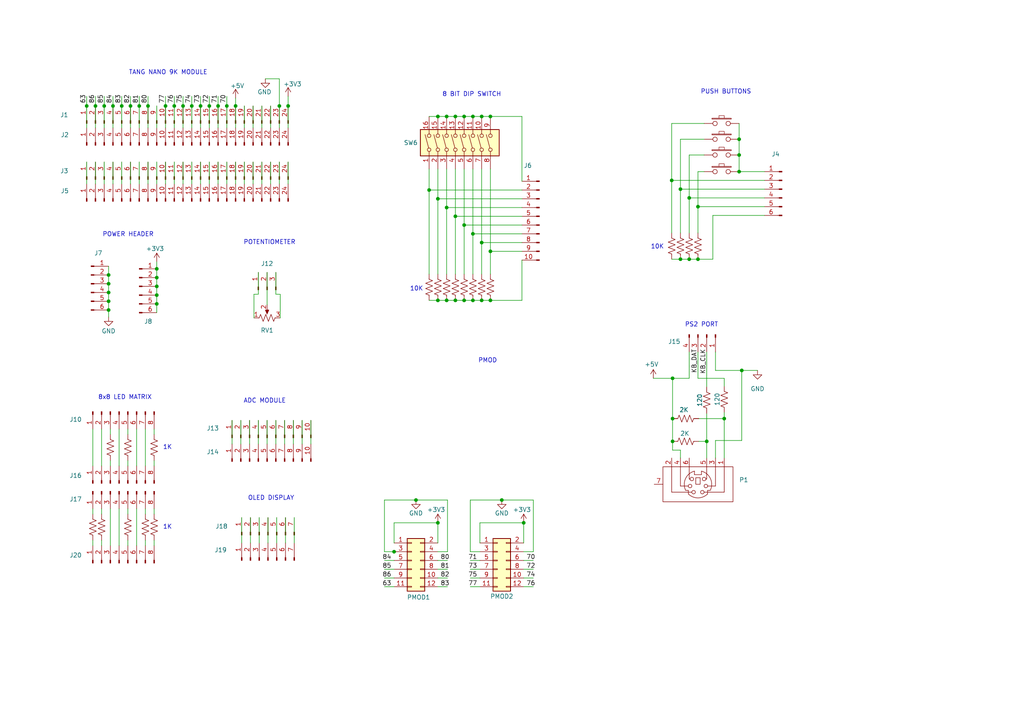
<source format=kicad_sch>
(kicad_sch (version 20211123) (generator eeschema)
  (paper "A4")
  (lib_symbols
    (symbol "Connector:Conn_01x03_Male" (pin_names (offset 1.016) hide)
      (property "Reference" "J" (at 0 5.08 0))
      (property "Value" "Conn_01x03_Male" (at 0 -5.08 0))
      (symbol "Conn_01x03_Male_1_1"
        (pin passive line (at 5.08 2.54 180) (length 3.81) (name "Pin_1") (number "1"))
        (pin passive line (at 5.08 0 180) (length 3.81) (name "Pin_2") (number "2"))
        (pin passive line (at 5.08 -2.54 180) (length 3.81) (name "Pin_3") (number "3"))
      )
    )
    (symbol "Connector:Conn_01x04_Male" (pin_names (offset 1.016) hide)
      (property "Reference" "J" (at 0 5.08 0))
      (property "Value" "Conn_01x04_Male" (at 0 -7.62 0))
      (symbol "Conn_01x04_Male_1_1"
        (pin passive line (at 5.08 2.54 180) (length 3.81) (name "Pin_1") (number "1"))
        (pin passive line (at 5.08 0 180) (length 3.81) (name "Pin_2") (number "2"))
        (pin passive line (at 5.08 -2.54 180) (length 3.81) (name "Pin_3") (number "3"))
        (pin passive line (at 5.08 -5.08 180) (length 3.81) (name "Pin_4") (number "4"))
      )
    )
    (symbol "Connector:Conn_01x06_Male" (pin_names (offset 1.016) hide)
      (property "Reference" "J" (at 0 7.62 0))
      (property "Value" "Conn_01x06_Male" (at 0 -10.16 0))
      (symbol "Conn_01x06_Male_1_1"
        (pin passive line (at 5.08 5.08 180) (length 3.81) (name "Pin_1") (number "1"))
        (pin passive line (at 5.08 2.54 180) (length 3.81) (name "Pin_2") (number "2"))
        (pin passive line (at 5.08 0 180) (length 3.81) (name "Pin_3") (number "3"))
        (pin passive line (at 5.08 -2.54 180) (length 3.81) (name "Pin_4") (number "4"))
        (pin passive line (at 5.08 -5.08 180) (length 3.81) (name "Pin_5") (number "5"))
        (pin passive line (at 5.08 -7.62 180) (length 3.81) (name "Pin_6") (number "6"))
      )
    )
    (symbol "Connector:Conn_01x07_Male" (pin_names (offset 1.016) hide)
      (property "Reference" "J" (at 0 10.16 0))
      (property "Value" "Conn_01x07_Male" (at 0 -10.16 0))
      (symbol "Conn_01x07_Male_1_1"
        (pin passive line (at 5.08 7.62 180) (length 3.81) (name "Pin_1") (number "1"))
        (pin passive line (at 5.08 5.08 180) (length 3.81) (name "Pin_2") (number "2"))
        (pin passive line (at 5.08 2.54 180) (length 3.81) (name "Pin_3") (number "3"))
        (pin passive line (at 5.08 0 180) (length 3.81) (name "Pin_4") (number "4"))
        (pin passive line (at 5.08 -2.54 180) (length 3.81) (name "Pin_5") (number "5"))
        (pin passive line (at 5.08 -5.08 180) (length 3.81) (name "Pin_6") (number "6"))
        (pin passive line (at 5.08 -7.62 180) (length 3.81) (name "Pin_7") (number "7"))
      )
    )
    (symbol "Connector:Conn_01x08_Male" (pin_names (offset 1.016) hide)
      (property "Reference" "J" (at 0 10.16 0))
      (property "Value" "Conn_01x08_Male" (at 0 -12.7 0))
      (symbol "Conn_01x08_Male_1_1"
        (pin passive line (at 5.08 7.62 180) (length 3.81) (name "Pin_1") (number "1"))
        (pin passive line (at 5.08 5.08 180) (length 3.81) (name "Pin_2") (number "2"))
        (pin passive line (at 5.08 2.54 180) (length 3.81) (name "Pin_3") (number "3"))
        (pin passive line (at 5.08 0 180) (length 3.81) (name "Pin_4") (number "4"))
        (pin passive line (at 5.08 -2.54 180) (length 3.81) (name "Pin_5") (number "5"))
        (pin passive line (at 5.08 -5.08 180) (length 3.81) (name "Pin_6") (number "6"))
        (pin passive line (at 5.08 -7.62 180) (length 3.81) (name "Pin_7") (number "7"))
        (pin passive line (at 5.08 -10.16 180) (length 3.81) (name "Pin_8") (number "8"))
      )
    )
    (symbol "Connector:Conn_01x10_Male" (pin_names (offset 1.016) hide)
      (property "Reference" "J" (at 0 12.7 0))
      (property "Value" "Conn_01x10_Male" (at 0 -15.24 0))
      (symbol "Conn_01x10_Male_1_1"
        (pin passive line (at 5.08 10.16 180) (length 3.81) (name "Pin_1") (number "1"))
        (pin passive line (at 5.08 -12.7 180) (length 3.81) (name "Pin_10") (number "10"))
        (pin passive line (at 5.08 7.62 180) (length 3.81) (name "Pin_2") (number "2"))
        (pin passive line (at 5.08 5.08 180) (length 3.81) (name "Pin_3") (number "3"))
        (pin passive line (at 5.08 2.54 180) (length 3.81) (name "Pin_4") (number "4"))
        (pin passive line (at 5.08 0 180) (length 3.81) (name "Pin_5") (number "5"))
        (pin passive line (at 5.08 -2.54 180) (length 3.81) (name "Pin_6") (number "6"))
        (pin passive line (at 5.08 -5.08 180) (length 3.81) (name "Pin_7") (number "7"))
        (pin passive line (at 5.08 -7.62 180) (length 3.81) (name "Pin_8") (number "8"))
        (pin passive line (at 5.08 -10.16 180) (length 3.81) (name "Pin_9") (number "9"))
      )
    )
    (symbol "Connector:Conn_01x24_Male" (pin_names (offset 1.016) hide)
      (property "Reference" "J" (at 0 30.48 0))
      (property "Value" "Conn_01x24_Male" (at 0 -33.02 0))
      (symbol "Conn_01x24_Male_1_1"
        (pin passive line (at 5.08 27.94 180) (length 3.81) (name "Pin_1") (number "1"))
        (pin passive line (at 5.08 5.08 180) (length 3.81) (name "Pin_10") (number "10"))
        (pin passive line (at 5.08 2.54 180) (length 3.81) (name "Pin_11") (number "11"))
        (pin passive line (at 5.08 0 180) (length 3.81) (name "Pin_12") (number "12"))
        (pin passive line (at 5.08 -2.54 180) (length 3.81) (name "Pin_13") (number "13"))
        (pin passive line (at 5.08 -5.08 180) (length 3.81) (name "Pin_14") (number "14"))
        (pin passive line (at 5.08 -7.62 180) (length 3.81) (name "Pin_15") (number "15"))
        (pin passive line (at 5.08 -10.16 180) (length 3.81) (name "Pin_16") (number "16"))
        (pin passive line (at 5.08 -12.7 180) (length 3.81) (name "Pin_17") (number "17"))
        (pin passive line (at 5.08 -15.24 180) (length 3.81) (name "Pin_18") (number "18"))
        (pin passive line (at 5.08 -17.78 180) (length 3.81) (name "Pin_19") (number "19"))
        (pin passive line (at 5.08 25.4 180) (length 3.81) (name "Pin_2") (number "2"))
        (pin passive line (at 5.08 -20.32 180) (length 3.81) (name "Pin_20") (number "20"))
        (pin passive line (at 5.08 -22.86 180) (length 3.81) (name "Pin_21") (number "21"))
        (pin passive line (at 5.08 -25.4 180) (length 3.81) (name "Pin_22") (number "22"))
        (pin passive line (at 5.08 -27.94 180) (length 3.81) (name "Pin_23") (number "23"))
        (pin passive line (at 5.08 -30.48 180) (length 3.81) (name "Pin_24") (number "24"))
        (pin passive line (at 5.08 22.86 180) (length 3.81) (name "Pin_3") (number "3"))
        (pin passive line (at 5.08 20.32 180) (length 3.81) (name "Pin_4") (number "4"))
        (pin passive line (at 5.08 17.78 180) (length 3.81) (name "Pin_5") (number "5"))
        (pin passive line (at 5.08 15.24 180) (length 3.81) (name "Pin_6") (number "6"))
        (pin passive line (at 5.08 12.7 180) (length 3.81) (name "Pin_7") (number "7"))
        (pin passive line (at 5.08 10.16 180) (length 3.81) (name "Pin_8") (number "8"))
        (pin passive line (at 5.08 7.62 180) (length 3.81) (name "Pin_9") (number "9"))
      )
    )
    (symbol "Connector_Generic:Conn_02x06_Odd_Even" (pin_names (offset 1.016) hide)
      (property "Reference" "J" (at 1.27 7.62 0))
      (property "Value" "Conn_02x06_Odd_Even" (at 1.27 -10.16 0))
      (symbol "Conn_02x06_Odd_Even_1_1"
        (pin passive line (at -5.08 5.08 0) (length 3.81) (name "Pin_1") (number "1"))
        (pin passive line (at 7.62 -5.08 180) (length 3.81) (name "Pin_10") (number "10"))
        (pin passive line (at -5.08 -7.62 0) (length 3.81) (name "Pin_11") (number "11"))
        (pin passive line (at 7.62 -7.62 180) (length 3.81) (name "Pin_12") (number "12"))
        (pin passive line (at 7.62 5.08 180) (length 3.81) (name "Pin_2") (number "2"))
        (pin passive line (at -5.08 2.54 0) (length 3.81) (name "Pin_3") (number "3"))
        (pin passive line (at 7.62 2.54 180) (length 3.81) (name "Pin_4") (number "4"))
        (pin passive line (at -5.08 0 0) (length 3.81) (name "Pin_5") (number "5"))
        (pin passive line (at 7.62 0 180) (length 3.81) (name "Pin_6") (number "6"))
        (pin passive line (at -5.08 -2.54 0) (length 3.81) (name "Pin_7") (number "7"))
        (pin passive line (at 7.62 -2.54 180) (length 3.81) (name "Pin_8") (number "8"))
        (pin passive line (at -5.08 -5.08 0) (length 3.81) (name "Pin_9") (number "9"))
      )
    )
    (symbol "Custom_Symbols_Library:Mini-DIN_6pins" (pin_names (offset 1.016) hide)
      (property "Reference" "P" (at 0 10.16 0))
      (property "Value" "Mini-DIN_6pins" (at 0 -7.62 0))
      (symbol "Mini-DIN_6pins_1_1"
        (pin passive line (at 7.62 7.62 270) (length 2.54) (name "1") (number "1"))
        (pin passive line (at -7.62 7.62 270) (length 2.54) (name "2") (number "2"))
        (pin passive line (at 5.08 7.62 270) (length 2.54) (name "3") (number "3"))
        (pin passive line (at -5.08 7.62 270) (length 2.54) (name "4") (number "4"))
        (pin passive line (at 2.54 7.62 270) (length 2.54) (name "5") (number "5"))
        (pin passive line (at -2.54 7.62 270) (length 2.54) (name "~") (number "6"))
        (pin passive line (at -12.7 0 0) (length 2.54) (name "Shell") (number "7"))
      )
    )
    (symbol "Custom_Symbols_Library:SW_PUSH_BUTTON" (pin_numbers hide) (pin_names (offset 1.016) hide)
      (property "Reference" "SW" (at 3.81 2.794 0))
      (property "Value" "SW_PUSH_BUTTON" (at 0 -2.032 0))
      (symbol "SW_PUSH_BUTTON_0_1"
        (pin passive inverted (at -5.08 0 0) (length 3.81) (name "1") (number "1"))
        (pin passive inverted (at 5.08 0 180) (length 3.81) (name "2") (number "2"))
      )
    )
    (symbol "Device:R_Potentiometer_US" (pin_names (offset 1.016) hide)
      (property "Reference" "RV" (at -4.445 0 90))
      (property "Value" "R_Potentiometer_US" (at -2.54 0 90))
      (symbol "R_Potentiometer_US_1_1"
        (pin passive line (at 0 3.81 270) (length 1.27) (name "1") (number "1"))
        (pin passive line (at 3.81 0 180) (length 1.27) (name "2") (number "2"))
        (pin passive line (at 0 -3.81 90) (length 1.27) (name "3") (number "3"))
      )
    )
    (symbol "Device:R_US" (pin_numbers hide) (pin_names (offset 0))
      (property "Reference" "R" (at 2.54 0 90))
      (property "Value" "R_US" (at -2.54 0 90))
      (symbol "R_US_1_1"
        (pin passive line (at 0 3.81 270) (length 1.27) (name "~") (number "1"))
        (pin passive line (at 0 -3.81 90) (length 1.27) (name "~") (number "2"))
      )
    )
    (symbol "Switch:SW_DIP_x08" (pin_names (offset 0) hide)
      (property "Reference" "SW" (at 0 13.97 0))
      (property "Value" "SW_DIP_x08" (at 0 -11.43 0))
      (symbol "SW_DIP_x08_1_1"
        (pin passive line (at -7.62 10.16 0) (length 5.08) (name "~") (number "1"))
        (pin passive line (at 7.62 -5.08 180) (length 5.08) (name "~") (number "10"))
        (pin passive line (at 7.62 -2.54 180) (length 5.08) (name "~") (number "11"))
        (pin passive line (at 7.62 0 180) (length 5.08) (name "~") (number "12"))
        (pin passive line (at 7.62 2.54 180) (length 5.08) (name "~") (number "13"))
        (pin passive line (at 7.62 5.08 180) (length 5.08) (name "~") (number "14"))
        (pin passive line (at 7.62 7.62 180) (length 5.08) (name "~") (number "15"))
        (pin passive line (at 7.62 10.16 180) (length 5.08) (name "~") (number "16"))
        (pin passive line (at -7.62 7.62 0) (length 5.08) (name "~") (number "2"))
        (pin passive line (at -7.62 5.08 0) (length 5.08) (name "~") (number "3"))
        (pin passive line (at -7.62 2.54 0) (length 5.08) (name "~") (number "4"))
        (pin passive line (at -7.62 0 0) (length 5.08) (name "~") (number "5"))
        (pin passive line (at -7.62 -2.54 0) (length 5.08) (name "~") (number "6"))
        (pin passive line (at -7.62 -5.08 0) (length 5.08) (name "~") (number "7"))
        (pin passive line (at -7.62 -7.62 0) (length 5.08) (name "~") (number "8"))
        (pin passive line (at 7.62 -7.62 180) (length 5.08) (name "~") (number "9"))
      )
    )
    (symbol "power:+3V3" (power) (pin_names (offset 0))
      (property "Value" "+3V3" (at 0 3.556 0))
      (symbol "+3V3_1_1"
        (pin power_in line (at 0 0 90) (length 0) hide (name "+3V3") (number "1"))
      )
    )
    (symbol "power:+5V" (power) (pin_names (offset 0))
      (property "Value" "+5V" (at 0 3.556 0))
      (symbol "+5V_1_1"
        (pin power_in line (at 0 0 90) (length 0) hide (name "+5V") (number "1"))
      )
    )
    (symbol "power:GND" (power) (pin_names (offset 0))
      (property "Value" "GND" (at 0 -3.81 0))
      (symbol "GND_1_1"
        (pin power_in line (at 0 0 270) (length 0) hide (name "GND") (number "1"))
      )
    )
  )
  (junction (at 195.072 121.412))
  (junction (at 214.376 44.958))
  (junction (at 145.542 145.034))
  (junction (at 40.386 30.734))
  (junction (at 127 33.782))
  (junction (at 129.54 33.782))
  (junction (at 120.65 145.034))
  (junction (at 210.058 121.412))
  (junction (at 214.376 40.386))
  (junction (at 202.438 59.944))
  (junction (at 139.7 70.358))
  (junction (at 45.466 77.978))
  (junction (at 134.62 87.122))
  (junction (at 65.786 30.734))
  (junction (at 142.24 87.122))
  (junction (at 53.086 30.734))
  (junction (at 197.358 54.864))
  (junction (at 48.006 30.734))
  (junction (at 194.818 52.324))
  (junction (at 132.08 33.782))
  (junction (at 31.496 87.376))
  (junction (at 45.466 85.598))
  (junction (at 195.072 109.728))
  (junction (at 139.7 33.782))
  (junction (at 202.438 75.184))
  (junction (at 151.892 151.638))
  (junction (at 68.326 30.734))
  (junction (at 137.16 67.818))
  (junction (at 195.072 128.016))
  (junction (at 31.496 79.756))
  (junction (at 132.08 87.122))
  (junction (at 83.566 30.734))
  (junction (at 137.16 33.782))
  (junction (at 214.376 49.784))
  (junction (at 25.146 30.734))
  (junction (at 58.166 30.734))
  (junction (at 37.846 30.734))
  (junction (at 204.978 128.016))
  (junction (at 114.3 160.02))
  (junction (at 31.496 82.296))
  (junction (at 134.62 65.278))
  (junction (at 142.24 33.782))
  (junction (at 129.54 60.198))
  (junction (at 32.766 30.734))
  (junction (at 27.686 30.734))
  (junction (at 81.026 30.734))
  (junction (at 132.08 62.738))
  (junction (at 127 57.658))
  (junction (at 197.358 75.184))
  (junction (at 45.466 80.518))
  (junction (at 35.306 30.734))
  (junction (at 30.226 30.734))
  (junction (at 134.62 33.782))
  (junction (at 45.466 88.138))
  (junction (at 129.54 87.122))
  (junction (at 31.496 89.916))
  (junction (at 127 151.638))
  (junction (at 60.706 30.734))
  (junction (at 124.46 55.118))
  (junction (at 42.926 30.734))
  (junction (at 142.24 72.898))
  (junction (at 215.138 107.442))
  (junction (at 50.546 30.734))
  (junction (at 45.466 83.058))
  (junction (at 199.898 75.184))
  (junction (at 63.246 30.734))
  (junction (at 139.7 87.122))
  (junction (at 127 87.122))
  (junction (at 31.496 84.836))
  (junction (at 199.898 57.404))
  (junction (at 55.626 30.734))
  (junction (at 137.16 87.122))
  (wire (pts (xy 73.406 46.99) (xy 73.406 53.34)))
  (wire (pts (xy 111.506 162.56) (xy 114.3 162.56)))
  (wire (pts (xy 55.626 27.94) (xy 55.626 30.734)))
  (wire (pts (xy 129.54 49.022) (xy 129.54 60.198)))
  (wire (pts (xy 197.358 75.184) (xy 199.898 75.184)))
  (wire (pts (xy 202.438 59.944) (xy 202.438 67.564)))
  (wire (pts (xy 80.264 150.114) (xy 80.264 157.48)))
  (wire (pts (xy 139.7 87.122) (xy 142.24 87.122)))
  (wire (pts (xy 60.706 30.734) (xy 60.706 37.084)))
  (wire (pts (xy 132.08 87.122) (xy 134.62 87.122)))
  (wire (pts (xy 30.226 30.734) (xy 30.226 37.084)))
  (wire (pts (xy 142.24 72.898) (xy 151.384 72.898)))
  (wire (pts (xy 73.66 85.344) (xy 73.66 92.202)))
  (wire (pts (xy 45.466 88.138) (xy 45.466 90.678)))
  (wire (pts (xy 25.146 27.94) (xy 25.146 30.734)))
  (wire (pts (xy 37.084 156.718) (xy 37.084 158.242)))
  (wire (pts (xy 40.386 27.94) (xy 40.386 30.734)))
  (wire (pts (xy 142.24 72.898) (xy 142.24 79.502)))
  (wire (pts (xy 202.692 121.412) (xy 210.058 121.412)))
  (wire (pts (xy 70.866 30.734) (xy 70.866 37.084)))
  (wire (pts (xy 31.496 77.216) (xy 31.496 79.756)))
  (wire (pts (xy 139.192 157.48) (xy 139.192 151.638)))
  (wire (pts (xy 31.496 87.376) (xy 31.496 89.916)))
  (wire (pts (xy 37.846 27.94) (xy 37.846 30.734)))
  (wire (pts (xy 37.846 30.734) (xy 37.846 37.084)))
  (wire (pts (xy 111.506 160.02) (xy 111.506 145.034)))
  (wire (pts (xy 31.496 82.296) (xy 31.496 84.836)))
  (wire (pts (xy 50.546 46.99) (xy 50.546 53.34)))
  (wire (pts (xy 134.62 87.122) (xy 137.16 87.122)))
  (wire (pts (xy 83.566 30.734) (xy 83.566 37.084)))
  (wire (pts (xy 136.398 145.034) (xy 145.542 145.034)))
  (wire (pts (xy 154.686 145.034) (xy 154.686 160.02)))
  (wire (pts (xy 45.466 30.734) (xy 45.466 37.084)))
  (wire (pts (xy 29.464 147.574) (xy 29.464 149.098)))
  (wire (pts (xy 151.384 33.782) (xy 151.384 52.578)))
  (wire (pts (xy 31.496 79.756) (xy 31.496 82.296)))
  (wire (pts (xy 134.62 65.278) (xy 151.384 65.278)))
  (wire (pts (xy 204.978 132.842) (xy 204.978 128.016)))
  (wire (pts (xy 37.084 147.574) (xy 37.084 149.098)))
  (wire (pts (xy 129.794 167.64) (xy 127 167.64)))
  (wire (pts (xy 127 151.638) (xy 127 157.48)))
  (wire (pts (xy 30.226 46.99) (xy 30.226 53.34)))
  (wire (pts (xy 137.16 87.122) (xy 139.7 87.122)))
  (wire (pts (xy 72.39 121.92) (xy 72.39 128.778)))
  (wire (pts (xy 48.006 30.734) (xy 48.006 37.084)))
  (wire (pts (xy 58.166 27.94) (xy 58.166 30.734)))
  (wire (pts (xy 204.978 119.888) (xy 204.978 128.016)))
  (wire (pts (xy 207.518 132.842) (xy 207.518 127.762)))
  (wire (pts (xy 48.006 46.99) (xy 48.006 53.34)))
  (wire (pts (xy 136.398 167.64) (xy 139.192 167.64)))
  (wire (pts (xy 129.794 160.02) (xy 127 160.02)))
  (wire (pts (xy 202.438 109.728) (xy 202.438 102.108)))
  (wire (pts (xy 210.058 109.728) (xy 210.058 112.014)))
  (wire (pts (xy 139.192 151.638) (xy 151.892 151.638)))
  (wire (pts (xy 210.058 121.412) (xy 210.058 132.842)))
  (wire (pts (xy 74.93 121.92) (xy 74.93 128.778)))
  (wire (pts (xy 114.3 157.48) (xy 114.3 151.638)))
  (wire (pts (xy 37.084 124.46) (xy 37.084 125.984)))
  (wire (pts (xy 87.63 121.92) (xy 87.63 128.778)))
  (wire (pts (xy 90.17 121.92) (xy 90.17 128.778)))
  (wire (pts (xy 137.16 49.022) (xy 137.16 67.818)))
  (wire (pts (xy 55.626 46.99) (xy 55.626 53.34)))
  (wire (pts (xy 199.898 57.404) (xy 199.898 67.564)))
  (wire (pts (xy 194.818 35.814) (xy 194.818 52.324)))
  (wire (pts (xy 154.686 167.64) (xy 151.892 167.64)))
  (wire (pts (xy 81.28 85.344) (xy 81.28 92.202)))
  (wire (pts (xy 42.926 30.734) (xy 42.926 37.084)))
  (wire (pts (xy 68.326 28.448) (xy 68.326 30.734)))
  (wire (pts (xy 124.46 55.118) (xy 151.384 55.118)))
  (wire (pts (xy 53.086 30.734) (xy 53.086 37.084)))
  (wire (pts (xy 111.506 170.18) (xy 114.3 170.18)))
  (wire (pts (xy 30.226 27.94) (xy 30.226 30.734)))
  (wire (pts (xy 111.506 167.64) (xy 114.3 167.64)))
  (wire (pts (xy 202.438 75.184) (xy 206.756 75.184)))
  (wire (pts (xy 42.926 27.94) (xy 42.926 30.734)))
  (wire (pts (xy 44.704 133.604) (xy 44.704 135.128)))
  (wire (pts (xy 215.138 127.762) (xy 215.138 107.442)))
  (wire (pts (xy 204.216 40.386) (xy 197.358 40.386)))
  (wire (pts (xy 199.898 102.108) (xy 199.898 109.728)))
  (wire (pts (xy 136.398 160.02) (xy 136.398 145.034)))
  (wire (pts (xy 34.544 158.242) (xy 34.544 147.574)))
  (wire (pts (xy 85.09 121.92) (xy 85.09 128.778)))
  (wire (pts (xy 199.898 57.404) (xy 221.742 57.404)))
  (wire (pts (xy 124.46 87.122) (xy 127 87.122)))
  (wire (pts (xy 27.686 27.94) (xy 27.686 30.734)))
  (wire (pts (xy 68.326 46.99) (xy 68.326 53.34)))
  (wire (pts (xy 114.3 151.638) (xy 127 151.638)))
  (wire (pts (xy 39.624 158.242) (xy 39.624 147.574)))
  (wire (pts (xy 195.072 121.412) (xy 195.072 128.016)))
  (wire (pts (xy 197.358 54.864) (xy 197.358 67.564)))
  (wire (pts (xy 32.766 27.94) (xy 32.766 30.734)))
  (wire (pts (xy 40.386 30.734) (xy 40.386 37.084)))
  (wire (pts (xy 58.166 30.734) (xy 58.166 37.084)))
  (wire (pts (xy 206.756 75.184) (xy 206.756 62.484)))
  (wire (pts (xy 35.306 46.99) (xy 35.306 53.34)))
  (wire (pts (xy 42.926 46.99) (xy 42.926 53.34)))
  (wire (pts (xy 32.004 158.242) (xy 32.004 147.574)))
  (wire (pts (xy 139.7 70.358) (xy 151.384 70.358)))
  (wire (pts (xy 197.358 40.386) (xy 197.358 54.864)))
  (wire (pts (xy 68.326 30.734) (xy 68.326 37.084)))
  (wire (pts (xy 136.398 162.56) (xy 139.192 162.56)))
  (wire (pts (xy 129.794 162.56) (xy 127 162.56)))
  (wire (pts (xy 63.246 46.99) (xy 63.246 53.34)))
  (wire (pts (xy 35.306 27.94) (xy 35.306 30.734)))
  (wire (pts (xy 80.01 121.92) (xy 80.01 128.778)))
  (wire (pts (xy 214.376 44.958) (xy 214.376 49.784)))
  (wire (pts (xy 80.01 78.994) (xy 80.01 85.344)))
  (wire (pts (xy 74.93 78.994) (xy 74.93 85.344)))
  (wire (pts (xy 145.542 145.034) (xy 154.686 145.034)))
  (wire (pts (xy 32.766 30.734) (xy 32.766 37.084)))
  (wire (pts (xy 65.786 27.94) (xy 65.786 30.734)))
  (wire (pts (xy 75.946 46.99) (xy 75.946 53.34)))
  (wire (pts (xy 199.898 44.958) (xy 204.216 44.958)))
  (wire (pts (xy 39.624 135.128) (xy 39.624 124.46)))
  (wire (pts (xy 154.686 170.18) (xy 151.892 170.18)))
  (wire (pts (xy 129.54 33.782) (xy 132.08 33.782)))
  (wire (pts (xy 48.006 27.94) (xy 48.006 30.734)))
  (wire (pts (xy 151.384 87.122) (xy 151.384 75.438)))
  (wire (pts (xy 214.376 35.814) (xy 214.376 40.386)))
  (wire (pts (xy 78.486 30.734) (xy 78.486 37.084)))
  (wire (pts (xy 69.85 121.92) (xy 69.85 128.778)))
  (wire (pts (xy 194.818 35.814) (xy 204.216 35.814)))
  (wire (pts (xy 75.184 150.114) (xy 75.184 157.48)))
  (wire (pts (xy 26.924 156.718) (xy 26.924 158.242)))
  (wire (pts (xy 45.466 85.598) (xy 45.466 88.138)))
  (wire (pts (xy 83.566 46.99) (xy 83.566 53.34)))
  (wire (pts (xy 44.704 124.46) (xy 44.704 125.984)))
  (wire (pts (xy 139.7 49.022) (xy 139.7 70.358)))
  (wire (pts (xy 85.344 150.114) (xy 85.344 157.48)))
  (wire (pts (xy 202.438 49.784) (xy 202.438 59.944)))
  (wire (pts (xy 65.786 30.734) (xy 65.786 37.084)))
  (wire (pts (xy 77.47 78.994) (xy 77.47 88.392)))
  (wire (pts (xy 65.786 46.99) (xy 65.786 53.34)))
  (wire (pts (xy 197.358 130.556) (xy 195.072 130.556)))
  (wire (pts (xy 207.518 102.108) (xy 207.518 107.442)))
  (wire (pts (xy 137.16 67.818) (xy 151.384 67.818)))
  (wire (pts (xy 60.706 46.99) (xy 60.706 53.34)))
  (wire (pts (xy 134.62 65.278) (xy 134.62 79.502)))
  (wire (pts (xy 32.004 124.46) (xy 32.004 125.984)))
  (wire (pts (xy 197.358 54.864) (xy 221.742 54.864)))
  (wire (pts (xy 154.686 165.1) (xy 151.892 165.1)))
  (wire (pts (xy 83.566 27.94) (xy 83.566 30.734)))
  (wire (pts (xy 44.704 156.718) (xy 44.704 158.242)))
  (wire (pts (xy 124.46 55.118) (xy 124.46 79.502)))
  (wire (pts (xy 29.464 156.718) (xy 29.464 158.242)))
  (wire (pts (xy 136.398 160.02) (xy 139.192 160.02)))
  (wire (pts (xy 78.486 46.99) (xy 78.486 53.34)))
  (wire (pts (xy 111.506 165.1) (xy 114.3 165.1)))
  (wire (pts (xy 202.692 128.016) (xy 204.978 128.016)))
  (wire (pts (xy 214.376 49.784) (xy 221.742 49.784)))
  (wire (pts (xy 137.16 67.818) (xy 137.16 79.502)))
  (wire (pts (xy 35.306 30.734) (xy 35.306 37.084)))
  (wire (pts (xy 42.164 135.128) (xy 42.164 124.46)))
  (wire (pts (xy 207.518 107.442) (xy 215.138 107.442)))
  (wire (pts (xy 194.818 52.324) (xy 194.818 67.564)))
  (wire (pts (xy 26.924 135.128) (xy 26.924 124.46)))
  (wire (pts (xy 81.026 30.734) (xy 81.026 37.084)))
  (wire (pts (xy 77.47 121.92) (xy 77.47 128.778)))
  (wire (pts (xy 50.546 27.94) (xy 50.546 30.734)))
  (wire (pts (xy 129.54 60.198) (xy 151.384 60.198)))
  (wire (pts (xy 27.686 30.734) (xy 27.686 37.084)))
  (wire (pts (xy 129.794 170.18) (xy 127 170.18)))
  (wire (pts (xy 27.686 46.99) (xy 27.686 53.34)))
  (wire (pts (xy 142.24 49.022) (xy 142.24 72.898)))
  (wire (pts (xy 53.086 46.99) (xy 53.086 53.34)))
  (wire (pts (xy 129.794 165.1) (xy 127 165.1)))
  (wire (pts (xy 195.072 109.728) (xy 199.898 109.728)))
  (wire (pts (xy 58.166 46.99) (xy 58.166 53.34)))
  (wire (pts (xy 45.466 80.518) (xy 45.466 83.058)))
  (wire (pts (xy 207.518 127.762) (xy 215.138 127.762)))
  (wire (pts (xy 70.104 150.114) (xy 70.104 157.48)))
  (wire (pts (xy 80.01 85.344) (xy 81.28 85.344)))
  (wire (pts (xy 45.466 75.946) (xy 45.466 77.978)))
  (wire (pts (xy 32.766 46.99) (xy 32.766 53.34)))
  (wire (pts (xy 206.756 62.484) (xy 221.742 62.484)))
  (wire (pts (xy 197.358 132.842) (xy 197.358 130.556)))
  (wire (pts (xy 142.24 87.122) (xy 151.384 87.122)))
  (wire (pts (xy 37.846 46.99) (xy 37.846 53.34)))
  (wire (pts (xy 195.072 109.728) (xy 195.072 121.412)))
  (wire (pts (xy 72.644 150.114) (xy 72.644 157.48)))
  (wire (pts (xy 124.46 49.022) (xy 124.46 55.118)))
  (wire (pts (xy 60.706 27.94) (xy 60.706 30.734)))
  (wire (pts (xy 29.464 135.128) (xy 29.464 124.46)))
  (wire (pts (xy 215.138 107.442) (xy 219.71 107.442)))
  (wire (pts (xy 154.686 160.02) (xy 151.892 160.02)))
  (wire (pts (xy 25.146 30.734) (xy 25.146 37.084)))
  (wire (pts (xy 136.398 165.1) (xy 139.192 165.1)))
  (wire (pts (xy 154.686 162.56) (xy 151.892 162.56)))
  (wire (pts (xy 132.08 62.738) (xy 151.384 62.738)))
  (wire (pts (xy 137.16 33.782) (xy 139.7 33.782)))
  (wire (pts (xy 45.466 46.99) (xy 45.466 53.34)))
  (wire (pts (xy 129.794 145.034) (xy 129.794 160.02)))
  (wire (pts (xy 194.818 75.184) (xy 197.358 75.184)))
  (wire (pts (xy 210.058 119.634) (xy 210.058 121.412)))
  (wire (pts (xy 214.376 40.386) (xy 214.376 44.958)))
  (wire (pts (xy 75.946 30.734) (xy 75.946 37.084)))
  (wire (pts (xy 202.438 59.944) (xy 221.742 59.944)))
  (wire (pts (xy 45.466 77.978) (xy 45.466 80.518)))
  (wire (pts (xy 139.7 33.782) (xy 142.24 33.782)))
  (wire (pts (xy 134.62 49.022) (xy 134.62 65.278)))
  (wire (pts (xy 129.54 87.122) (xy 132.08 87.122)))
  (wire (pts (xy 42.164 147.574) (xy 42.164 149.098)))
  (wire (pts (xy 204.978 102.108) (xy 204.978 112.268)))
  (wire (pts (xy 194.818 52.324) (xy 221.742 52.324)))
  (wire (pts (xy 40.386 46.99) (xy 40.386 53.34)))
  (wire (pts (xy 124.46 33.782) (xy 127 33.782)))
  (wire (pts (xy 189.484 109.728) (xy 195.072 109.728)))
  (wire (pts (xy 50.546 30.734) (xy 50.546 37.084)))
  (wire (pts (xy 132.08 49.022) (xy 132.08 62.738)))
  (wire (pts (xy 34.544 135.128) (xy 34.544 124.46)))
  (wire (pts (xy 120.65 145.034) (xy 129.794 145.034)))
  (wire (pts (xy 202.438 109.728) (xy 210.058 109.728)))
  (wire (pts (xy 81.026 46.99) (xy 81.026 53.34)))
  (wire (pts (xy 114.554 160.02) (xy 114.3 160.02)))
  (wire (pts (xy 45.466 83.058) (xy 45.466 85.598)))
  (wire (pts (xy 73.406 30.734) (xy 73.406 37.084)))
  (wire (pts (xy 139.7 70.358) (xy 139.7 79.502)))
  (wire (pts (xy 81.026 22.86) (xy 81.026 30.734)))
  (wire (pts (xy 114.3 160.02) (xy 111.506 160.02)))
  (wire (pts (xy 76.962 22.86) (xy 81.026 22.86)))
  (wire (pts (xy 63.246 30.734) (xy 63.246 37.084)))
  (wire (pts (xy 129.54 60.198) (xy 129.54 79.502)))
  (wire (pts (xy 63.246 27.94) (xy 63.246 30.734)))
  (wire (pts (xy 44.704 147.574) (xy 44.704 149.098)))
  (wire (pts (xy 25.146 46.99) (xy 25.146 53.34)))
  (wire (pts (xy 199.898 75.184) (xy 202.438 75.184)))
  (wire (pts (xy 136.398 170.18) (xy 139.192 170.18)))
  (wire (pts (xy 132.08 62.738) (xy 132.08 79.502)))
  (wire (pts (xy 82.55 121.92) (xy 82.55 128.778)))
  (wire (pts (xy 32.004 133.604) (xy 32.004 135.128)))
  (wire (pts (xy 132.08 33.782) (xy 134.62 33.782)))
  (wire (pts (xy 42.164 156.718) (xy 42.164 158.242)))
  (wire (pts (xy 31.496 84.836) (xy 31.496 87.376)))
  (wire (pts (xy 67.31 121.92) (xy 67.31 128.778)))
  (wire (pts (xy 127 49.022) (xy 127 57.658)))
  (wire (pts (xy 195.072 128.016) (xy 195.072 130.556)))
  (wire (pts (xy 53.086 27.94) (xy 53.086 30.734)))
  (wire (pts (xy 37.084 133.604) (xy 37.084 135.128)))
  (wire (pts (xy 111.506 145.034) (xy 120.65 145.034)))
  (wire (pts (xy 74.93 85.344) (xy 73.66 85.344)))
  (wire (pts (xy 127 87.122) (xy 129.54 87.122)))
  (wire (pts (xy 151.892 151.638) (xy 151.892 157.48)))
  (wire (pts (xy 204.216 49.784) (xy 202.438 49.784)))
  (wire (pts (xy 127 57.658) (xy 127 79.502)))
  (wire (pts (xy 70.866 46.99) (xy 70.866 53.34)))
  (wire (pts (xy 127 33.782) (xy 129.54 33.782)))
  (wire (pts (xy 31.496 89.916) (xy 31.496 91.948)))
  (wire (pts (xy 134.62 33.782) (xy 137.16 33.782)))
  (wire (pts (xy 26.924 147.574) (xy 26.924 149.098)))
  (wire (pts (xy 199.898 44.958) (xy 199.898 57.404)))
  (wire (pts (xy 127 57.658) (xy 151.384 57.658)))
  (wire (pts (xy 142.24 33.782) (xy 151.384 33.782)))
  (wire (pts (xy 55.626 30.734) (xy 55.626 37.084)))
  (wire (pts (xy 82.804 150.114) (xy 82.804 157.48)))
  (wire (pts (xy 77.724 150.114) (xy 77.724 157.48)))
  (text "10K" (at 188.722 72.39 0) (effects (font (size 1.27 1.27)) (justify left bottom)))
  (text "10K" (at 118.872 84.582 0) (effects (font (size 1.27 1.27)) (justify left bottom)))
  (text "8x8 LED MATRIX" (at 28.448 116.078 0) (effects (font (size 1.27 1.27)) (justify left bottom)))
  (text "ADC MODULE" (at 70.612 117.094 0) (effects (font (size 1.27 1.27)) (justify left bottom)))
  (text "TANG NANO 9K MODULE" (at 37.338 21.844 0) (effects (font (size 1.27 1.27)) (justify left bottom)))
  (text "PUSH BUTTONS" (at 203.2 27.432 0) (effects (font (size 1.27 1.27)) (justify left bottom)))
  (text "8 BIT DIP SWITCH" (at 128.27 28.194 0) (effects (font (size 1.27 1.27)) (justify left bottom)))
  (text "PS2 PORT" (at 198.628 94.996 0) (effects (font (size 1.27 1.27)) (justify left bottom)))
  (text "PMOD\n" (at 138.684 105.41 0) (effects (font (size 1.27 1.27)) (justify left bottom)))
  (text "1K" (at 47.244 130.556 0) (effects (font (size 1.27 1.27)) (justify left bottom)))
  (text "POTENTIOMETER" (at 70.612 71.12 0) (effects (font (size 1.27 1.27)) (justify left bottom)))
  (text "1K" (at 47.244 153.67 0) (effects (font (size 1.27 1.27)) (justify left bottom)))
  (text "POWER HEADER" (at 29.718 68.834 0) (effects (font (size 1.27 1.27)) (justify left bottom)))
  (text "OLED DISPLAY\n" (at 71.882 145.288 0) (effects (font (size 1.27 1.27)) (justify left bottom)))
  (label "76" (at 152.654 170.18 0))
  (label "84" (at 32.766 29.972 90))
  (label "75" (at 138.43 167.64 180))
  (label "80" (at 42.926 29.972 90))
  (label "80" (at 127.762 162.56 0))
  (label "63" (at 25.146 29.972 90))
  (label "81" (at 127.762 165.1 0))
  (label "74" (at 152.654 167.64 0))
  (label "86" (at 113.538 167.64 180))
  (label "KB_DAT" (at 202.438 108.204 90))
  (label "84" (at 113.538 162.56 180))
  (label "85" (at 30.226 29.972 90))
  (label "83" (at 35.306 29.972 90))
  (label "KB_CLK" (at 204.978 108.458 90))
  (label "72" (at 60.706 29.972 90))
  (label "70" (at 65.786 29.972 90))
  (label "75" (at 53.086 29.972 90))
  (label "72" (at 152.654 165.1 0))
  (label "86" (at 27.686 29.972 90))
  (label "82" (at 127.762 167.64 0))
  (label "73" (at 58.166 29.972 90))
  (label "85" (at 113.538 165.1 180))
  (label "83" (at 127.762 170.18 0))
  (label "82" (at 37.846 29.972 90))
  (label "70" (at 152.654 162.56 0))
  (label "63" (at 113.538 170.18 180))
  (label "71" (at 63.246 29.972 90))
  (label "73" (at 138.43 165.1 180))
  (label "74" (at 55.626 29.972 90))
  (label "81" (at 40.386 29.972 90))
  (label "71" (at 138.43 162.56 180))
  (label "77" (at 138.43 170.18 180))
  (label "77" (at 48.006 29.972 90))
  (label "76" (at 50.546 29.972 90))
  (symbol (lib_id "Device:R_Potentiometer_US") (at 77.47 92.202 90) (unit 1)
    (property "Reference" "RV1" (at 77.47 95.8088 90))
    (property "Value" "R_Potentiometer_US" (effects hide))
    (property "Footprint" "Potentiometer_THT:Potentiometer_Bourns_PTV09A-1_Single_Vertical" (effects hide))
  )
  (symbol (lib_id "Device:R_US") (at 198.882 128.016 270) (unit 1)
    (property "Reference" "R14" (effects hide))
    (property "Value" "2K" (at 198.628 125.73 90))
    (property "Footprint" "Resistor_SMD:R_1206_3216Metric_Pad1.30x1.75mm_HandSolder" (effects hide))
  )
  (symbol (lib_id "Device:R_US") (at 32.004 129.794 180) (unit 1)
    (property "Reference" "R17" (effects hide))
    (property "Value" "1K" (effects hide))
    (property "Footprint" "Resistor_SMD:R_1206_3216Metric_Pad1.30x1.75mm_HandSolder" (effects hide))
  )
  (symbol (lib_id "Connector:Conn_01x08_Male") (at 34.544 142.494 90) (mirror x) (unit 1)
    (property "Reference" "J17" (at 21.9456 144.78 90))
    (property "Value" "Conn_01x08_Male" (effects hide))
    (property "Footprint" "Connector_PinHeader_2.54mm:PinHeader_1x08_P2.54mm_Vertical" (effects hide))
  )
  (symbol (lib_id "power:+3V3") (at 83.566 27.94 0) (unit 1)
    (property "Reference" "#PWR02" (effects hide))
    (property "Value" "+3V3" (at 84.836 24.384 0))
  )
  (symbol (lib_id "Connector:Conn_01x03_Male") (at 77.47 84.074 90) (unit 1)
    (property "Reference" "J12" (at 77.47 76.454 90))
    (property "Value" "Conn_01x03_Male" (effects hide))
    (property "Footprint" "Connector_PinHeader_2.54mm:PinHeader_1x03_P2.54mm_Vertical" (effects hide))
  )
  (symbol (lib_id "Device:R_US") (at 199.898 71.374 180) (unit 1)
    (property "Reference" "R3" (effects hide))
    (property "Value" "10k" (effects hide))
    (property "Footprint" "Resistor_SMD:R_1206_3216Metric_Pad1.30x1.75mm_HandSolder" (effects hide))
  )
  (symbol (lib_id "Device:R_US") (at 26.924 152.908 180) (unit 1)
    (property "Reference" "R20" (effects hide))
    (property "Value" "1K" (effects hide))
    (property "Footprint" "Resistor_SMD:R_1206_3216Metric_Pad1.30x1.75mm_HandSolder" (effects hide))
  )
  (symbol (lib_id "Custom_Symbols_Library:SW_PUSH_BUTTON") (at 209.296 49.784 0) (unit 1)
    (property "Reference" "SW4" (effects hide))
    (property "Value" "SW_PUSH_BUTTON" (effects hide))
    (property "Footprint" "Button_Switch_THT:SW_TH_Tactile_Omron_B3F-10xx" (effects hide))
  )
  (symbol (lib_id "Device:R_US") (at 129.54 83.312 180) (unit 1)
    (property "Reference" "R7" (effects hide))
    (property "Value" "10K" (effects hide))
    (property "Footprint" "Resistor_SMD:R_1206_3216Metric_Pad1.30x1.75mm_HandSolder" (effects hide))
  )
  (symbol (lib_id "Connector:Conn_01x08_Male") (at 34.544 119.38 90) (mirror x) (unit 1)
    (property "Reference" "J10" (at 21.9456 121.666 90))
    (property "Value" "Conn_01x08_Male" (effects hide))
    (property "Footprint" "Connector_PinHeader_2.54mm:PinHeader_1x08_P2.54mm_Vertical" (effects hide))
  )
  (symbol (lib_id "Connector:Conn_01x08_Male") (at 34.544 163.322 90) (unit 1)
    (property "Reference" "J20" (at 21.9456 161.036 90))
    (property "Value" "Conn_01x08_Male" (effects hide))
    (property "Footprint" "Connector_PinHeader_2.54mm:PinHeader_1x08_P2.54mm_Vertical" (effects hide))
  )
  (symbol (lib_id "Connector_Generic:Conn_02x06_Odd_Even") (at 119.38 162.56 0) (unit 1)
    (property "Reference" "PMOD1" (at 121.412 173.228 0))
    (property "Value" "Conn_02x06_Odd_Even" (effects hide))
    (property "Footprint" "Connector_PinSocket_2.54mm:PinSocket_2x06_P2.54mm_Horizontal" (effects hide))
  )
  (symbol (lib_id "Custom_Symbols_Library:SW_PUSH_BUTTON") (at 209.296 40.386 0) (unit 1)
    (property "Reference" "SW2" (effects hide))
    (property "Value" "SW_PUSH_BUTTON" (effects hide))
    (property "Footprint" "Button_Switch_THT:SW_TH_Tactile_Omron_B3F-10xx" (effects hide))
  )
  (symbol (lib_id "Device:R_US") (at 137.16 83.312 180) (unit 1)
    (property "Reference" "R10" (effects hide))
    (property "Value" "10K" (effects hide))
    (property "Footprint" "Resistor_SMD:R_1206_3216Metric_Pad1.30x1.75mm_HandSolder" (effects hide))
  )
  (symbol (lib_id "power:GND") (at 31.496 91.948 0) (unit 1)
    (property "Reference" "#PWR06" (effects hide))
    (property "Value" "GND" (at 31.496 96.012 0))
  )
  (symbol (lib_id "Switch:SW_DIP_x08") (at 134.62 41.402 90) (unit 1)
    (property "Reference" "SW6" (at 117.094 41.402 90) (effects (justify right)))
    (property "Value" "SW_DIP_x08" (effects hide))
    (property "Footprint" "Button_Switch_THT:SW_DIP_SPSTx08_Slide_9.78x22.5mm_W7.62mm_P2.54mm" (effects hide))
  )
  (symbol (lib_id "Connector:Conn_01x07_Male") (at 77.724 162.56 90) (unit 1)
    (property "Reference" "J19" (at 64.008 159.512 90))
    (property "Value" "Conn_01x07_Male" (effects hide))
    (property "Footprint" "Connector_PinHeader_2.54mm:PinHeader_1x07_P2.54mm_Vertical" (effects hide))
  )
  (symbol (lib_id "Device:R_US") (at 42.164 152.908 180) (unit 1)
    (property "Reference" "R23" (effects hide))
    (property "Value" "1K" (effects hide))
    (property "Footprint" "Resistor_SMD:R_1206_3216Metric_Pad1.30x1.75mm_HandSolder" (effects hide))
  )
  (symbol (lib_id "Connector:Conn_01x04_Male") (at 204.978 97.028 270) (unit 1)
    (property "Reference" "J15" (at 195.58 99.06 90))
    (property "Value" "Conn_01x04_Male" (effects hide))
    (property "Footprint" "Connector_PinHeader_2.54mm:PinHeader_1x04_P2.54mm_Vertical" (effects hide))
  )
  (symbol (lib_id "Connector:Conn_01x10_Male") (at 77.47 127 90) (unit 1)
    (property "Reference" "J13" (at 61.722 124.206 90))
    (property "Value" "Conn_01x10_Male" (effects hide))
    (property "Footprint" "Connector_PinHeader_2.54mm:PinHeader_1x10_P2.54mm_Vertical" (effects hide))
  )
  (symbol (lib_id "Device:R_US") (at 197.358 71.374 180) (unit 1)
    (property "Reference" "R2" (effects hide))
    (property "Value" "10K" (effects hide))
    (property "Footprint" "Resistor_SMD:R_1206_3216Metric_Pad1.30x1.75mm_HandSolder" (effects hide))
  )
  (symbol (lib_id "power:GND") (at 219.71 107.442 0) (unit 1)
    (property "Reference" "#PWR0105" (effects hide))
    (property "Value" "GND" (at 219.71 112.776 0))
  )
  (symbol (lib_id "Device:R_US") (at 44.704 152.908 180) (unit 1)
    (property "Reference" "R24" (effects hide))
    (property "Value" "1K" (effects hide))
    (property "Footprint" "Resistor_SMD:R_1206_3216Metric_Pad1.30x1.75mm_HandSolder" (effects hide))
  )
  (symbol (lib_id "power:GND") (at 145.542 145.034 0) (unit 1)
    (property "Reference" "#PWR?" (effects hide))
    (property "Value" "GND" (at 145.542 148.844 0))
  )
  (symbol (lib_id "Device:R_US") (at 29.464 152.908 180) (unit 1)
    (property "Reference" "R21" (effects hide))
    (property "Value" "1K" (effects hide))
    (property "Footprint" "Resistor_SMD:R_1206_3216Metric_Pad1.30x1.75mm_HandSolder" (effects hide))
  )
  (symbol (lib_id "Device:R_US") (at 198.882 121.412 270) (unit 1)
    (property "Reference" "R13" (effects hide))
    (property "Value" "2K" (at 198.374 118.872 90))
    (property "Footprint" "Resistor_SMD:R_1206_3216Metric_Pad1.30x1.75mm_HandSolder" (effects hide))
  )
  (symbol (lib_id "Device:R_US") (at 132.08 83.312 180) (unit 1)
    (property "Reference" "R8" (effects hide))
    (property "Value" "10K" (effects hide))
    (property "Footprint" "Resistor_SMD:R_1206_3216Metric_Pad1.30x1.75mm_HandSolder" (effects hide))
  )
  (symbol (lib_id "Device:R_US") (at 204.978 116.078 0) (unit 1)
    (property "Reference" "R15" (effects hide))
    (property "Value" "120" (at 202.946 116.078 90))
    (property "Footprint" "Resistor_SMD:R_1206_3216Metric_Pad1.30x1.75mm_HandSolder" (effects hide))
  )
  (symbol (lib_id "power:+3V3") (at 151.892 151.638 0) (unit 1)
    (property "Reference" "#PWR?" (effects hide))
    (property "Value" "+3V3" (at 151.384 147.828 0))
  )
  (symbol (lib_id "Device:R_US") (at 194.818 71.374 180) (unit 1)
    (property "Reference" "R1" (effects hide))
    (property "Value" "10K" (effects hide))
    (property "Footprint" "Resistor_SMD:R_1206_3216Metric_Pad1.30x1.75mm_HandSolder" (effects hide))
  )
  (symbol (lib_id "Connector:Conn_01x06_Male") (at 26.416 82.296 0) (unit 1)
    (property "Reference" "J7" (at 29.718 73.406 0) (effects (justify right)))
    (property "Value" "Conn_01x06_Male" (effects hide))
    (property "Footprint" "Connector_PinHeader_2.54mm:PinHeader_1x06_P2.54mm_Vertical" (effects hide))
  )
  (symbol (lib_id "power:+3V3") (at 45.466 75.946 0) (unit 1)
    (property "Reference" "#PWR04" (effects hide))
    (property "Value" "+3V3" (at 44.958 72.136 0))
  )
  (symbol (lib_id "Connector_Generic:Conn_02x06_Odd_Even") (at 144.272 162.56 0) (unit 1)
    (property "Reference" "PMOD2" (at 145.542 172.974 0))
    (property "Value" "Conn_02x06_Odd_Even" (effects hide))
    (property "Footprint" "Connector_PinSocket_2.54mm:PinSocket_2x06_P2.54mm_Horizontal" (effects hide))
  )
  (symbol (lib_id "Device:R_US") (at 44.704 129.794 180) (unit 1)
    (property "Reference" "R19" (effects hide))
    (property "Value" "1K" (effects hide))
    (property "Footprint" "Resistor_SMD:R_1206_3216Metric_Pad1.30x1.75mm_HandSolder" (effects hide))
  )
  (symbol (lib_id "Device:R_US") (at 134.62 83.312 180) (unit 1)
    (property "Reference" "R9" (effects hide))
    (property "Value" "10K" (effects hide))
    (property "Footprint" "Resistor_SMD:R_1206_3216Metric_Pad1.30x1.75mm_HandSolder" (effects hide))
  )
  (symbol (lib_id "Device:R_US") (at 124.46 83.312 180) (unit 1)
    (property "Reference" "R5" (effects hide))
    (property "Value" "10K" (effects hide))
    (property "Footprint" "Resistor_SMD:R_1206_3216Metric_Pad1.30x1.75mm_HandSolder" (effects hide))
  )
  (symbol (lib_id "Connector:Conn_01x06_Male") (at 226.822 54.864 0) (mirror y) (unit 1)
    (property "Reference" "J4" (at 223.774 44.704 0) (effects (justify right)))
    (property "Value" "Conn_01x06_Male" (effects hide))
    (property "Footprint" "Connector_PinHeader_2.54mm:PinHeader_1x06_P2.54mm_Vertical" (effects hide))
  )
  (symbol (lib_id "Custom_Symbols_Library:SW_PUSH_BUTTON") (at 209.296 35.814 0) (unit 1)
    (property "Reference" "SW1" (effects hide))
    (property "Value" "SW_PUSH_BUTTON" (effects hide))
    (property "Footprint" "Button_Switch_THT:SW_TH_Tactile_Omron_B3F-10xx" (effects hide))
  )
  (symbol (lib_id "Device:R_US") (at 37.084 129.794 180) (unit 1)
    (property "Reference" "R18" (effects hide))
    (property "Value" "1K" (effects hide))
    (property "Footprint" "Resistor_SMD:R_1206_3216Metric_Pad1.30x1.75mm_HandSolder" (effects hide))
  )
  (symbol (lib_id "Connector:Conn_01x10_Male") (at 156.464 62.738 0) (mirror y) (unit 1)
    (property "Reference" "J6" (at 151.892 48.006 0) (effects (justify right)))
    (property "Value" "Conn_01x10_Male" (effects hide))
    (property "Footprint" "Connector_PinHeader_2.54mm:PinHeader_1x10_P2.54mm_Vertical" (effects hide))
  )
  (symbol (lib_id "power:GND") (at 120.65 145.034 0) (unit 1)
    (property "Reference" "#PWR0102" (effects hide))
    (property "Value" "GND" (at 120.65 148.844 0))
  )
  (symbol (lib_id "Custom_Symbols_Library:Mini-DIN_6pins") (at 202.438 140.462 0) (unit 1)
    (property "Reference" "P1" (at 214.376 139.1919 0) (effects (justify left)))
    (property "Value" " " (at 214.376 141.7319 0) (effects (justify left)))
    (property "Footprint" "4x1md_Footprints:Connector_Mini-DIN_Female_6Pin_2rows" (effects hide))
  )
  (symbol (lib_id "power:+5V") (at 68.326 28.448 0) (unit 1)
    (property "Reference" "#PWR03" (effects hide))
    (property "Value" "+5V" (at 68.834 24.892 0))
  )
  (symbol (lib_id "Connector:Conn_01x24_Male") (at 53.086 52.07 90) (unit 1)
    (property "Reference" "J3" (at 18.6436 49.5808 90))
    (property "Value" "Conn_01x24_Male" (effects hide))
    (property "Footprint" "Connector_PinHeader_2.54mm:PinHeader_1x24_P2.54mm_Vertical" (effects hide))
  )
  (symbol (lib_id "Device:R_US") (at 37.084 152.908 180) (unit 1)
    (property "Reference" "R22" (effects hide))
    (property "Value" "1K" (effects hide))
    (property "Footprint" "Resistor_SMD:R_1206_3216Metric_Pad1.30x1.75mm_HandSolder" (effects hide))
  )
  (symbol (lib_id "Device:R_US") (at 142.24 83.312 180) (unit 1)
    (property "Reference" "R12" (effects hide))
    (property "Value" "10K" (effects hide))
    (property "Footprint" "Resistor_SMD:R_1206_3216Metric_Pad1.30x1.75mm_HandSolder" (effects hide))
  )
  (symbol (lib_id "Connector:Conn_01x24_Male") (at 53.086 58.42 90) (unit 1)
    (property "Reference" "J5" (at 18.796 55.372 90))
    (property "Value" "Conn_01x24_Male" (effects hide))
    (property "Footprint" "Connector_PinHeader_2.54mm:PinHeader_1x24_P2.54mm_Vertical" (effects hide))
  )
  (symbol (lib_id "Device:R_US") (at 202.438 71.374 180) (unit 1)
    (property "Reference" "R4" (effects hide))
    (property "Value" "10K" (effects hide))
    (property "Footprint" "Resistor_SMD:R_1206_3216Metric_Pad1.30x1.75mm_HandSolder" (effects hide))
  )
  (symbol (lib_id "Device:R_US") (at 139.7 83.312 180) (unit 1)
    (property "Reference" "R11" (effects hide))
    (property "Value" "10K" (effects hide))
    (property "Footprint" "Resistor_SMD:R_1206_3216Metric_Pad1.30x1.75mm_HandSolder" (effects hide))
  )
  (symbol (lib_id "Connector:Conn_01x24_Male") (at 53.086 42.164 90) (unit 1)
    (property "Reference" "J2" (at 18.796 39.116 90))
    (property "Value" "Conn_01x24_Male" (effects hide))
    (property "Footprint" "Connector_PinHeader_2.54mm:PinHeader_1x24_P2.54mm_Vertical" (effects hide))
  )
  (symbol (lib_id "Connector:Conn_01x07_Male") (at 77.724 155.194 90) (unit 1)
    (property "Reference" "J18" (at 64.262 152.654 90))
    (property "Value" "Conn_01x07_Male" (effects hide))
    (property "Footprint" "Connector_PinHeader_2.54mm:PinHeader_1x07_P2.54mm_Vertical" (effects hide))
  )
  (symbol (lib_id "Connector:Conn_01x06_Male") (at 40.386 83.058 0) (unit 1)
    (property "Reference" "J8" (at 44.196 93.218 0) (effects (justify right)))
    (property "Value" "Conn_01x06_Male" (effects hide))
    (property "Footprint" "Connector_PinHeader_2.54mm:PinHeader_1x06_P2.54mm_Vertical" (effects hide))
  )
  (symbol (lib_id "Device:R_US") (at 127 83.312 180) (unit 1)
    (property "Reference" "R6" (effects hide))
    (property "Value" "10K" (effects hide))
    (property "Footprint" "Resistor_SMD:R_1206_3216Metric_Pad1.30x1.75mm_HandSolder" (effects hide))
  )
  (symbol (lib_id "Connector:Conn_01x24_Male") (at 53.086 35.814 90) (unit 1)
    (property "Reference" "J1" (at 18.6436 33.3248 90))
    (property "Value" "Conn_01x24_Male" (effects hide))
    (property "Footprint" "Connector_PinHeader_2.54mm:PinHeader_1x24_P2.54mm_Vertical" (effects hide))
  )
  (symbol (lib_id "Custom_Symbols_Library:SW_PUSH_BUTTON") (at 209.296 44.958 0) (unit 1)
    (property "Reference" "SW3" (effects hide))
    (property "Value" "SW_PUSH_BUTTON" (effects hide))
    (property "Footprint" "Button_Switch_THT:SW_TH_Tactile_Omron_B3F-10xx" (effects hide))
  )
  (symbol (lib_id "power:+5V") (at 189.484 109.728 0) (unit 1)
    (property "Reference" "#PWR0106" (effects hide))
    (property "Value" "+5V" (at 188.976 105.664 0))
  )
  (symbol (lib_id "Device:R_US") (at 210.058 115.824 0) (unit 1)
    (property "Reference" "R16" (effects hide))
    (property "Value" "120" (at 208.026 115.824 90))
    (property "Footprint" "Resistor_SMD:R_1206_3216Metric_Pad1.30x1.75mm_HandSolder" (effects hide))
  )
  (symbol (lib_id "power:GND") (at 76.962 22.86 0) (unit 1)
    (property "Reference" "#PWR01" (effects hide))
    (property "Value" "GND" (at 76.708 26.67 0))
  )
  (symbol (lib_id "power:+3V3") (at 127 151.638 0) (unit 1)
    (property "Reference" "#PWR0101" (effects hide))
    (property "Value" "+3V3" (at 126.492 147.828 0))
  )
  (symbol (lib_id "Connector:Conn_01x08_Male") (at 34.544 140.208 90) (unit 1)
    (property "Reference" "J16" (at 21.9456 137.922 90))
    (property "Value" "Conn_01x08_Male" (effects hide))
    (property "Footprint" "Connector_PinHeader_2.54mm:PinHeader_1x08_P2.54mm_Vertical" (effects hide))
  )
  (symbol (lib_id "Connector:Conn_01x10_Male") (at 77.47 133.858 90) (unit 1)
    (property "Reference" "J14" (at 61.722 131.064 90))
    (property "Value" "Conn_01x10_Male" (effects hide))
    (property "Footprint" "Connector_PinHeader_2.54mm:PinHeader_1x10_P2.54mm_Vertical" (effects hide))
  )
)
</source>
